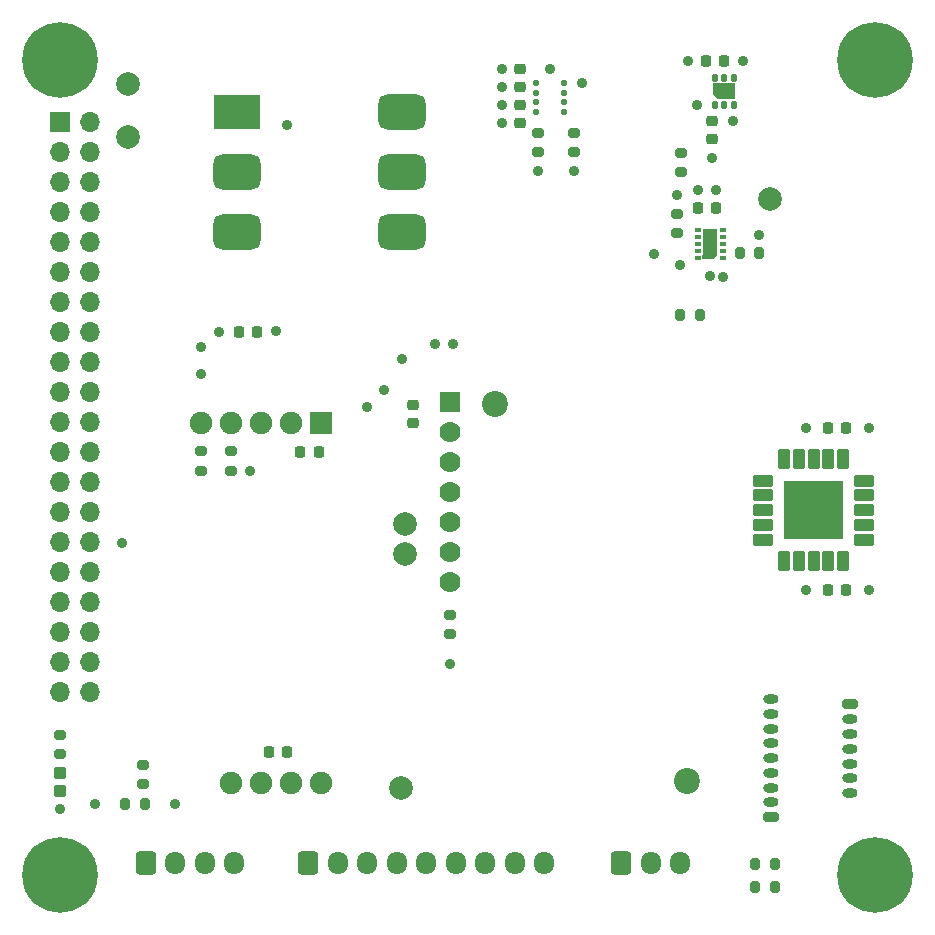
<source format=gbr>
%TF.GenerationSoftware,KiCad,Pcbnew,(6.0.1)*%
%TF.CreationDate,2023-02-05T16:51:08-08:00*%
%TF.ProjectId,Air Quality Sensor - R1,41697220-5175-4616-9c69-74792053656e,rev?*%
%TF.SameCoordinates,Original*%
%TF.FileFunction,Soldermask,Top*%
%TF.FilePolarity,Negative*%
%FSLAX46Y46*%
G04 Gerber Fmt 4.6, Leading zero omitted, Abs format (unit mm)*
G04 Created by KiCad (PCBNEW (6.0.1)) date 2023-02-05 16:51:08*
%MOMM*%
%LPD*%
G01*
G04 APERTURE LIST*
G04 Aperture macros list*
%AMRoundRect*
0 Rectangle with rounded corners*
0 $1 Rounding radius*
0 $2 $3 $4 $5 $6 $7 $8 $9 X,Y pos of 4 corners*
0 Add a 4 corners polygon primitive as box body*
4,1,4,$2,$3,$4,$5,$6,$7,$8,$9,$2,$3,0*
0 Add four circle primitives for the rounded corners*
1,1,$1+$1,$2,$3*
1,1,$1+$1,$4,$5*
1,1,$1+$1,$6,$7*
1,1,$1+$1,$8,$9*
0 Add four rect primitives between the rounded corners*
20,1,$1+$1,$2,$3,$4,$5,0*
20,1,$1+$1,$4,$5,$6,$7,0*
20,1,$1+$1,$6,$7,$8,$9,0*
20,1,$1+$1,$8,$9,$2,$3,0*%
%AMOutline4P*
0 Free polygon, 4 corners , with rotation*
0 The origin of the aperture is its center*
0 number of corners: always 4*
0 $1 to $8 corner X, Y*
0 $9 Rotation angle, in degrees counterclockwise*
0 create outline with 4 corners*
4,1,4,$1,$2,$3,$4,$5,$6,$7,$8,$1,$2,$9*%
%AMFreePoly0*
4,1,31,0.644127,0.901197,0.647663,0.899733,0.674733,0.872663,0.676197,0.869127,0.680000,0.850000,0.680000,-0.850000,0.676197,-0.869127,0.674733,-0.872663,0.647663,-0.899733,0.644127,-0.901197,0.625000,-0.905000,-0.625000,-0.905000,-0.644127,-0.901197,-0.647663,-0.899733,-0.674733,-0.872663,-0.676197,-0.869127,-0.680000,-0.850000,-0.680000,0.549998,-0.675515,0.549998,-0.676193,0.569138,
-0.674728,0.572674,-0.663891,0.588891,-0.363891,0.888890,-0.363891,0.888891,-0.347663,0.899733,-0.345895,0.900465,-0.344149,0.901189,-0.324998,0.900512,-0.324998,0.905000,0.625000,0.905000,0.644127,0.901197,0.644127,0.901197,$1*%
G04 Aperture macros list end*
%ADD10R,1.905000X1.905000*%
%ADD11C,1.905000*%
%ADD12RoundRect,0.200000X0.450000X-0.200000X0.450000X0.200000X-0.450000X0.200000X-0.450000X-0.200000X0*%
%ADD13O,1.300000X0.800000*%
%ADD14C,2.000000*%
%ADD15RoundRect,0.200000X0.275000X-0.200000X0.275000X0.200000X-0.275000X0.200000X-0.275000X-0.200000X0*%
%ADD16RoundRect,0.200000X0.200000X0.275000X-0.200000X0.275000X-0.200000X-0.275000X0.200000X-0.275000X0*%
%ADD17RoundRect,0.225000X-0.225000X-0.250000X0.225000X-0.250000X0.225000X0.250000X-0.225000X0.250000X0*%
%ADD18C,0.800000*%
%ADD19C,6.400000*%
%ADD20RoundRect,0.250000X-0.600000X-0.725000X0.600000X-0.725000X0.600000X0.725000X-0.600000X0.725000X0*%
%ADD21O,1.700000X1.950000*%
%ADD22RoundRect,0.225000X-0.250000X0.225000X-0.250000X-0.225000X0.250000X-0.225000X0.250000X0.225000X0*%
%ADD23RoundRect,0.225000X0.225000X0.250000X-0.225000X0.250000X-0.225000X-0.250000X0.225000X-0.250000X0*%
%ADD24RoundRect,0.200000X-0.275000X0.200000X-0.275000X-0.200000X0.275000X-0.200000X0.275000X0.200000X0*%
%ADD25RoundRect,0.050000X0.200000X-0.275000X0.200000X0.275000X-0.200000X0.275000X-0.200000X-0.275000X0*%
%ADD26FreePoly0,90.000000*%
%ADD27RoundRect,0.125000X-0.137500X0.125000X-0.137500X-0.125000X0.137500X-0.125000X0.137500X0.125000X0*%
%ADD28C,2.200000*%
%ADD29R,1.778000X1.778000*%
%ADD30C,1.778000*%
%ADD31RoundRect,0.200000X-0.450000X0.200000X-0.450000X-0.200000X0.450000X-0.200000X0.450000X0.200000X0*%
%ADD32R,4.000000X3.000000*%
%ADD33RoundRect,0.750000X-1.250000X-0.750000X1.250000X-0.750000X1.250000X0.750000X-1.250000X0.750000X0*%
%ADD34R,0.600000X0.400000*%
%ADD35R,1.300000X2.200000*%
%ADD36Outline4P,-0.650000X-0.150000X0.650000X-0.150000X0.350000X0.150000X-0.350000X0.150000X180.000000*%
%ADD37R,1.000000X0.300000*%
%ADD38RoundRect,0.200000X-0.200000X-0.275000X0.200000X-0.275000X0.200000X0.275000X-0.200000X0.275000X0*%
%ADD39RoundRect,0.100000X-0.750000X0.400000X-0.750000X-0.400000X0.750000X-0.400000X0.750000X0.400000X0*%
%ADD40RoundRect,0.100000X0.400000X0.750000X-0.400000X0.750000X-0.400000X-0.750000X0.400000X-0.750000X0*%
%ADD41RoundRect,0.100000X1.200000X1.200000X-1.200000X1.200000X-1.200000X-1.200000X1.200000X-1.200000X0*%
%ADD42R,1.700000X1.700000*%
%ADD43O,1.700000X1.700000*%
%ADD44RoundRect,0.225000X0.250000X-0.225000X0.250000X0.225000X-0.250000X0.225000X-0.250000X-0.225000X0*%
%ADD45RoundRect,0.101600X0.400000X0.400000X-0.400000X0.400000X-0.400000X-0.400000X0.400000X-0.400000X0*%
%ADD46C,0.889000*%
G04 APERTURE END LIST*
D10*
%TO.C,U4*%
X25080000Y41240000D03*
D11*
X22540000Y41240000D03*
X20000000Y41240000D03*
X17460000Y41240000D03*
X14920000Y41240000D03*
X17460000Y10760000D03*
X20000000Y10760000D03*
X22540000Y10760000D03*
X25080000Y10760000D03*
%TD*%
D12*
%TO.C,J6*%
X63154988Y7885900D03*
D13*
X63154988Y9135900D03*
X63154988Y10385900D03*
X63154988Y11635900D03*
X63154988Y12885900D03*
X63154988Y14135900D03*
X63154988Y15385900D03*
X63154988Y16635900D03*
X63154988Y17885900D03*
%TD*%
D14*
%TO.C,TP4*%
X32224988Y30190900D03*
%TD*%
%TO.C,TP3*%
X32224988Y32730900D03*
%TD*%
D15*
%TO.C,R6*%
X55592988Y62512900D03*
X55592988Y64162900D03*
%TD*%
D16*
%TO.C,R10*%
X63529988Y3901900D03*
X61879988Y3901900D03*
%TD*%
D17*
%TO.C,C3*%
X68025000Y40879635D03*
X69575000Y40879635D03*
%TD*%
D18*
%TO.C,H2*%
X4697056Y1302944D03*
X1302944Y4697056D03*
X3000000Y600000D03*
D19*
X3000000Y3000000D03*
D18*
X4697056Y4697056D03*
X1302944Y1302944D03*
X600000Y3000000D03*
X3000000Y5400000D03*
X5400000Y3000000D03*
%TD*%
D20*
%TO.C,J4*%
X10250000Y4025000D03*
D21*
X12750000Y4025000D03*
X15250000Y4025000D03*
X17750000Y4025000D03*
%TD*%
D22*
%TO.C,C2*%
X58224500Y66823000D03*
X58224500Y65273000D03*
%TD*%
D23*
%TO.C,C11*%
X59253500Y71890000D03*
X57703500Y71890000D03*
%TD*%
D14*
%TO.C,TP10*%
X8729988Y65496900D03*
%TD*%
D24*
%TO.C,R8*%
X14952988Y38889900D03*
X14952988Y37239900D03*
%TD*%
D17*
%TO.C,C1*%
X57021000Y59448000D03*
X58571000Y59448000D03*
%TD*%
D25*
%TO.C,U2*%
X58440500Y68200000D03*
X59240500Y68200000D03*
X60040500Y68200000D03*
X60040500Y70500000D03*
X59240500Y70500000D03*
X58440500Y70500000D03*
D26*
X59240500Y69350000D03*
%TD*%
D20*
%TO.C,J2*%
X24000000Y4025000D03*
D21*
X26500000Y4025000D03*
X29000000Y4025000D03*
X31500000Y4025000D03*
X34000000Y4025000D03*
X36500000Y4025000D03*
X39000000Y4025000D03*
X41500000Y4025000D03*
X44000000Y4025000D03*
%TD*%
D27*
%TO.C,U5*%
X45655500Y70010000D03*
X45655500Y69210000D03*
X45655500Y68410000D03*
X45655500Y67610000D03*
X43280500Y67610000D03*
X43280500Y68410000D03*
X43280500Y69210000D03*
X43280500Y70010000D03*
%TD*%
D28*
%TO.C,U7*%
X39862500Y42912500D03*
X56087500Y10912500D03*
D29*
X35987500Y43012500D03*
D30*
X35987500Y40472500D03*
X35987500Y37932500D03*
X35987500Y35392500D03*
X35987500Y32852500D03*
X35987500Y30312500D03*
X35987500Y27772500D03*
%TD*%
D14*
%TO.C,TP5*%
X31843988Y10378900D03*
%TD*%
D16*
%TO.C,R13*%
X10189988Y8981900D03*
X8539988Y8981900D03*
%TD*%
D31*
%TO.C,J5*%
X69874988Y17430900D03*
D13*
X69874988Y16180900D03*
X69874988Y14930900D03*
X69874988Y13680900D03*
X69874988Y12430900D03*
X69874988Y11180900D03*
X69874988Y9930900D03*
%TD*%
D17*
%TO.C,C10*%
X23352500Y38826900D03*
X24902500Y38826900D03*
%TD*%
D32*
%TO.C,U6*%
X18015000Y67580000D03*
D33*
X18015000Y62500000D03*
X18015000Y57420000D03*
X31985000Y57420000D03*
X31985000Y62500000D03*
X31985000Y67580000D03*
%TD*%
D14*
%TO.C,TP2*%
X8729988Y69941900D03*
%TD*%
D15*
%TO.C,R14*%
X9999988Y10696900D03*
X9999988Y12346900D03*
%TD*%
%TO.C,R4*%
X46500000Y64175000D03*
X46500000Y65825000D03*
%TD*%
%TO.C,R3*%
X43452000Y64175000D03*
X43452000Y65825000D03*
%TD*%
D34*
%TO.C,U1*%
X59100000Y55200000D03*
X59100000Y55800000D03*
X59100000Y56400000D03*
X59100000Y57000000D03*
X59100000Y57600000D03*
X57000000Y57600000D03*
X57000000Y57000000D03*
X57000000Y56400000D03*
X57000000Y55800000D03*
X57000000Y55200000D03*
D35*
X58050000Y56550000D03*
D36*
X58050000Y55300000D03*
D37*
X57900000Y55300000D03*
%TD*%
D16*
%TO.C,R1*%
X62177000Y55638000D03*
X60527000Y55638000D03*
%TD*%
D38*
%TO.C,R7*%
X55529988Y50383900D03*
X57179988Y50383900D03*
%TD*%
D39*
%TO.C,U3*%
X71100000Y31379635D03*
X71100000Y32629635D03*
X71100000Y33879635D03*
X71100000Y35129635D03*
X71100000Y36379635D03*
D40*
X69300000Y38179635D03*
X68050000Y38179635D03*
X66800000Y38179635D03*
X65550000Y38179635D03*
X64300000Y38179635D03*
D39*
X62500000Y36379635D03*
X62500000Y35129635D03*
X62500000Y33879635D03*
X62500000Y32629635D03*
X62500000Y31379635D03*
D40*
X64300000Y29579635D03*
X65550000Y29579635D03*
X66800000Y29579635D03*
X68050000Y29579635D03*
X69300000Y29579635D03*
D41*
X68000000Y35079635D03*
X65600000Y32679635D03*
X68000000Y32679635D03*
X65600000Y35079635D03*
%TD*%
D20*
%TO.C,J1*%
X50500000Y4025000D03*
D21*
X53000000Y4025000D03*
X55500000Y4025000D03*
%TD*%
D22*
%TO.C,C7*%
X32859988Y42776900D03*
X32859988Y41226900D03*
%TD*%
D16*
%TO.C,R11*%
X63529988Y1996900D03*
X61879988Y1996900D03*
%TD*%
D18*
%TO.C,H3*%
X73697056Y70302944D03*
X72000000Y69600000D03*
X69600000Y72000000D03*
X74400000Y72000000D03*
D19*
X72000000Y72000000D03*
D18*
X70302944Y70302944D03*
X72000000Y74400000D03*
X73697056Y73697056D03*
X70302944Y73697056D03*
%TD*%
D42*
%TO.C,J3*%
X3014988Y66766900D03*
D43*
X5554988Y66766900D03*
X3014988Y64226900D03*
X5554988Y64226900D03*
X3014988Y61686900D03*
X5554988Y61686900D03*
X3014988Y59146900D03*
X5554988Y59146900D03*
X3014988Y56606900D03*
X5554988Y56606900D03*
X3014988Y54066900D03*
X5554988Y54066900D03*
X3014988Y51526900D03*
X5554988Y51526900D03*
X3014988Y48986900D03*
X5554988Y48986900D03*
X3014988Y46446900D03*
X5554988Y46446900D03*
X3014988Y43906900D03*
X5554988Y43906900D03*
X3014988Y41366900D03*
X5554988Y41366900D03*
X3014988Y38826900D03*
X5554988Y38826900D03*
X3014988Y36286900D03*
X5554988Y36286900D03*
X3014988Y33746900D03*
X5554988Y33746900D03*
X3014988Y31206900D03*
X5554988Y31206900D03*
X3014988Y28666900D03*
X5554988Y28666900D03*
X3014988Y26126900D03*
X5554988Y26126900D03*
X3014988Y23586900D03*
X5554988Y23586900D03*
X3014988Y21046900D03*
X5554988Y21046900D03*
X3014988Y18506900D03*
X5554988Y18506900D03*
%TD*%
D22*
%TO.C,C5*%
X41928000Y68201000D03*
X41928000Y66651000D03*
%TD*%
D24*
%TO.C,R9*%
X17492988Y38889900D03*
X17492988Y37239900D03*
%TD*%
D18*
%TO.C,H4*%
X70302944Y4697056D03*
X69600000Y3000000D03*
X73697056Y1302944D03*
X73697056Y4697056D03*
X72000000Y600000D03*
X72000000Y5400000D03*
X74400000Y3000000D03*
X70302944Y1302944D03*
D19*
X72000000Y3000000D03*
%TD*%
D23*
%TO.C,C9*%
X22204988Y13426900D03*
X20654988Y13426900D03*
%TD*%
D44*
%TO.C,C6*%
X41928000Y69686000D03*
X41928000Y71236000D03*
%TD*%
D15*
%TO.C,R12*%
X3014988Y13236900D03*
X3014988Y14886900D03*
%TD*%
D19*
%TO.C,H1*%
X3000000Y72000000D03*
D18*
X1302944Y70302944D03*
X4697056Y73697056D03*
X600000Y72000000D03*
X3000000Y74400000D03*
X3000000Y69600000D03*
X4697056Y70302944D03*
X1302944Y73697056D03*
X5400000Y72000000D03*
%TD*%
D23*
%TO.C,C8*%
X19664988Y48986900D03*
X18114988Y48986900D03*
%TD*%
D14*
%TO.C,TP1*%
X63130000Y60210000D03*
%TD*%
D45*
%TO.C,D1*%
X3014988Y10136900D03*
X3014988Y11636900D03*
%TD*%
D15*
%TO.C,R2*%
X55240500Y57350000D03*
X55240500Y59000000D03*
%TD*%
D17*
%TO.C,C4*%
X68025000Y27163635D03*
X69575000Y27163635D03*
%TD*%
D24*
%TO.C,R5*%
X36034988Y25046900D03*
X36034988Y23396900D03*
%TD*%
D46*
X19080988Y37239900D03*
X8221988Y31079900D03*
X3014988Y8548900D03*
X46500000Y62626000D03*
X40379000Y69686000D03*
X57021000Y60997000D03*
X43452000Y62626000D03*
X21314988Y49011900D03*
X5974988Y8981900D03*
X62177000Y57187000D03*
X40379000Y68201000D03*
X60802500Y71890000D03*
X66120000Y40854635D03*
X56891500Y68200000D03*
X66120000Y27163635D03*
X59100000Y53651000D03*
X60002500Y66810000D03*
X55240500Y60549000D03*
X16464988Y48986900D03*
X58050000Y53751000D03*
X36034988Y20831900D03*
X58224500Y63724000D03*
X40379000Y66651000D03*
X44468000Y71248000D03*
X40379000Y71236000D03*
X71480000Y40854635D03*
X56154500Y71915000D03*
X58571000Y60972000D03*
X71480000Y27138635D03*
X47217000Y70010000D03*
X22191988Y66512900D03*
X36288988Y47970900D03*
X34764988Y47970900D03*
X14952988Y45430900D03*
X53306988Y55590900D03*
X14952988Y47716900D03*
X55510000Y54622000D03*
X30446988Y44083888D03*
X29000000Y42636900D03*
X31985000Y46714912D03*
X12750000Y8981900D03*
M02*

</source>
